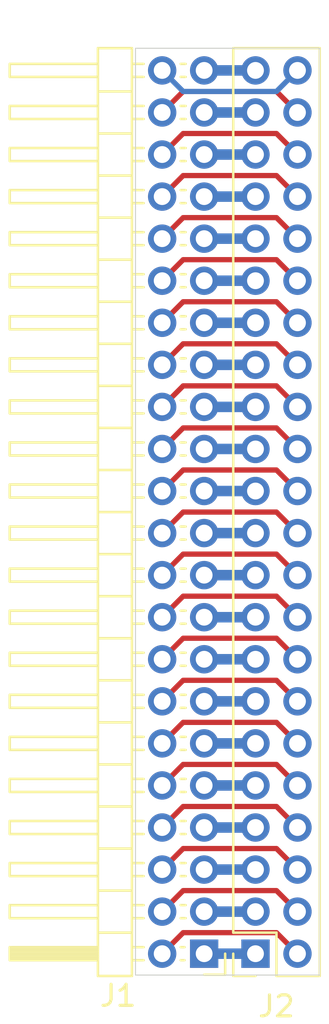
<source format=kicad_pcb>
(kicad_pcb (version 20240108) (generator "pcbnew") (generator_version "8.0")
  (layers (0 "F.Cu" signal) (31 "B.Cu" signal) (34 "B.Paste" user) (35 "F.Paste" user) (36 "B.SilkS" user "B.Silkscreen") (37 "F.SilkS" user "F.Silkscreen") (38 "B.Mask" user) (39 "F.Mask" user) (44 "Edge.Cuts" user))
  (net 0 "")
  (net 1 "/Conn_34")
  (net 2 "/Conn_19")
  (net 3 "/Conn_33")
  (net 4 "/Conn_31")
  (net 5 "/Conn_44")
  (net 6 "/Conn_30")
  (net 7 "/Conn_35")
  (net 8 "/Conn_01")
  (net 9 "/Conn_05")
  (net 10 "/Conn_04")
  (net 11 "/Conn_37")
  (net 12 "/Conn_17")
  (net 13 "/Conn_13")
  (net 14 "/Conn_32")
  (net 15 "/Conn_15")
  (net 16 "/Conn_12")
  (net 17 "/Conn_09")
  (net 18 "/Conn_22")
  (net 19 "/Conn_41")
  (net 20 "/Conn_20")
  (net 21 "/Conn_29")
  (net 22 "/Conn_40")
  (net 23 "/Conn_23")
  (net 24 "/Conn_18")
  (net 25 "/Conn_03")
  (net 26 "/Conn_36")
  (net 27 "/Conn_10")
  (net 28 "/Conn_38")
  (net 29 "/Conn_27")
  (net 30 "/Conn_24")
  (net 31 "/Conn_02")
  (net 32 "/Conn_06")
  (net 33 "/Conn_11")
  (net 34 "/Conn_07")
  (net 35 "/Conn_43")
  (net 36 "/Conn_42")
  (net 37 "/Conn_26")
  (net 38 "/Conn_21")
  (net 39 "/Conn_39")
  (net 40 "/Conn_28")
  (net 41 "/Conn_08")
  (net 42 "/Conn_25")
  (net 43 "/Conn_16")
  (net 44 "/Conn_14")
  (footprint "Connector_PinHeader_2.00mm:PinHeader_2x22_P2.00mm_Horizontal" (layer "F.Cu") (at 96.107 102.997 180)
    (property "Reference" "J1" (at 4.1 -2 360) (layer "F.SilkS"))
    (property "Value" "M")
    (fp_line (start 9.26 42.31) (end 5.06 42.31) (stroke (width 0.12)) (layer "F.SilkS"))
    (fp_line (start 9.26 41.69) (end 9.26 42.31) (stroke (width 0.12)) (layer "F.SilkS"))
    (fp_line (start 9.26 40.31) (end 5.06 40.31) (stroke (width 0.12)) (layer "F.SilkS"))
    (fp_line (start 9.26 39.69) (end 9.26 40.31) (stroke (width 0.12)) (layer "F.SilkS"))
    (fp_line (start 9.26 38.31) (end 5.06 38.31) (stroke (width 0.12)) (layer "F.SilkS"))
    (fp_line (start 9.26 37.69) (end 9.26 38.31) (stroke (width 0.12)) (layer "F.SilkS"))
    (fp_line (start 9.26 36.31) (end 5.06 36.31) (stroke (width 0.12)) (layer "F.SilkS"))
    (fp_line (start 9.26 35.69) (end 9.26 36.31) (stroke (width 0.12)) (layer "F.SilkS"))
    (fp_line (start 9.26 34.31) (end 5.06 34.31) (stroke (width 0.12)) (layer "F.SilkS"))
    (fp_line (start 9.26 33.69) (end 9.26 34.31) (stroke (width 0.12)) (layer "F.SilkS"))
    (fp_line (start 9.26 32.31) (end 5.06 32.31) (stroke (width 0.12)) (layer "F.SilkS"))
    (fp_line (start 9.26 31.69) (end 9.26 32.31) (stroke (width 0.12)) (layer "F.SilkS"))
    (fp_line (start 9.26 30.31) (end 5.06 30.31) (stroke (width 0.12)) (layer "F.SilkS"))
    (fp_line (start 9.26 29.69) (end 9.26 30.31) (stroke (width 0.12)) (layer "F.SilkS"))
    (fp_line (start 9.26 28.31) (end 5.06 28.31) (stroke (width 0.12)) (layer "F.SilkS"))
    (fp_line (start 9.26 27.69) (end 9.26 28.31) (stroke (width 0.12)) (layer "F.SilkS"))
    (fp_line (start 9.26 26.31) (end 5.06 26.31) (stroke (width 0.12)) (layer "F.SilkS"))
    (fp_line (start 9.26 25.69) (end 9.26 26.31) (stroke (width 0.12)) (layer "F.SilkS"))
    (fp_line (start 9.26 24.31) (end 5.06 24.31) (stroke (width 0.12)) (layer "F.SilkS"))
    (fp_line (start 9.26 23.69) (end 9.26 24.31) (stroke (width 0.12)) (layer "F.SilkS"))
    (fp_line (start 9.26 22.31) (end 5.06 22.31) (stroke (width 0.12)) (layer "F.SilkS"))
    (fp_line (start 9.26 21.69) (end 9.26 22.31) (stroke (width 0.12)) (layer "F.SilkS"))
    (fp_line (start 9.26 20.31) (end 5.06 20.31) (stroke (width 0.12)) (layer "F.SilkS"))
    (fp_line (start 9.26 19.69) (end 9.26 20.31) (stroke (width 0.12)) (layer "F.SilkS"))
    (fp_line (start 9.26 18.31) (end 5.06 18.31) (stroke (width 0.12)) (layer "F.SilkS"))
    (fp_line (start 9.26 17.69) (end 9.26 18.31) (stroke (width 0.12)) (layer "F.SilkS"))
    (fp_line (start 9.26 16.31) (end 5.06 16.31) (stroke (width 0.12)) (layer "F.SilkS"))
    (fp_line (start 9.26 15.69) (end 9.26 16.31) (stroke (width 0.12)) (layer "F.SilkS"))
    (fp_line (start 9.26 14.31) (end 5.06 14.31) (stroke (width 0.12)) (layer "F.SilkS"))
    (fp_line (start 9.26 13.69) (end 9.26 14.31) (stroke (width 0.12)) (layer "F.SilkS"))
    (fp_line (start 9.26 12.31) (end 5.06 12.31) (stroke (width 0.12)) (layer "F.SilkS"))
    (fp_line (start 9.26 11.69) (end 9.26 12.31) (stroke (width 0.12)) (layer "F.SilkS"))
    (fp_line (start 9.26 10.31) (end 5.06 10.31) (stroke (width 0.12)) (layer "F.SilkS"))
    (fp_line (start 9.26 9.69) (end 9.26 10.31) (stroke (width 0.12)) (layer "F.SilkS"))
    (fp_line (start 9.26 8.31) (end 5.06 8.31) (stroke (width 0.12)) (layer "F.SilkS"))
    (fp_line (start 9.26 7.69) (end 9.26 8.31) (stroke (width 0.12)) (layer "F.SilkS"))
    (fp_line (start 9.26 6.31) (end 5.06 6.31) (stroke (width 0.12)) (layer "F.SilkS"))
    (fp_line (start 9.26 5.69) (end 9.26 6.31) (stroke (width 0.12)) (layer "F.SilkS"))
    (fp_line (start 9.26 4.31) (end 5.06 4.31) (stroke (width 0.12)) (layer "F.SilkS"))
    (fp_line (start 9.26 3.69) (end 9.26 4.31) (stroke (width 0.12)) (layer "F.SilkS"))
    (fp_line (start 9.26 2.31) (end 5.06 2.31) (stroke (width 0.12)) (layer "F.SilkS"))
    (fp_line (start 9.26 1.69) (end 9.26 2.31) (stroke (width 0.12)) (layer "F.SilkS"))
    (fp_line (start 9.26 0.31) (end 5.06 0.31) (stroke (width 0.12)) (layer "F.SilkS"))
    (fp_line (start 9.26 -0.31) (end 9.26 0.31) (stroke (width 0.12)) (layer "F.SilkS"))
    (fp_line (start 5.06 43.06) (end 5.06 -1.06) (stroke (width 0.12)) (layer "F.SilkS"))
    (fp_line (start 5.06 41.69) (end 9.26 41.69) (stroke (width 0.12)) (layer "F.SilkS"))
    (fp_line (start 5.06 39.69) (end 9.26 39.69) (stroke (width 0.12)) (layer "F.SilkS"))
    (fp_line (start 5.06 37.69) (end 9.26 37.69) (stroke (width 0.12)) (layer "F.SilkS"))
    (fp_line (start 5.06 35.69) (end 9.26 35.69) (stroke (width 0.12)) (layer "F.SilkS"))
    (fp_line (start 5.06 33.69) (end 9.26 33.69) (stroke (width 0.12)) (layer "F.SilkS"))
    (fp_line (start 5.06 31.69) (end 9.26 31.69) (stroke (width 0.12)) (layer "F.SilkS"))
    (fp_line (start 5.06 29.69) (end 9.26 29.69) (stroke (width 0.12)) (layer "F.SilkS"))
    (fp_line (start 5.06 27.69) (end 9.26 27.69) (stroke (width 0.12)) (layer "F.SilkS"))
    (fp_line (start 5.06 25.69) (end 9.26 25.69) (stroke (width 0.12)) (layer "F.SilkS"))
    (fp_line (start 5.06 23.69) (end 9.26 23.69) (stroke (width 0.12)) (layer "F.SilkS"))
    (fp_line (start 5.06 21.69) (end 9.26 21.69) (stroke (width 0.12)) (layer "F.SilkS"))
    (fp_line (start 5.06 19.69) (end 9.26 19.69) (stroke (width 0.12)) (layer "F.SilkS"))
    (fp_line (start 5.06 17.69) (end 9.26 17.69) (stroke (width 0.12)) (layer "F.SilkS"))
    (fp_line (start 5.06 15.69) (end 9.26 15.69) (stroke (width 0.12)) (layer "F.SilkS"))
    (fp_line (start 5.06 13.69) (end 9.26 13.69) (stroke (width 0.12)) (layer "F.SilkS"))
    (fp_line (start 5.06 11.69) (end 9.26 11.69) (stroke (width 0.12)) (layer "F.SilkS"))
    (fp_line (start 5.06 9.69) (end 9.26 9.69) (stroke (width 0.12)) (layer "F.SilkS"))
    (fp_line (start 5.06 7.69) (end 9.26 7.69) (stroke (width 0.12)) (layer "F.SilkS"))
    (fp_line (start 5.06 5.69) (end 9.26 5.69) (stroke (width 0.12)) (layer "F.SilkS"))
    (fp_line (start 5.06 3.69) (end 9.26 3.69) (stroke (width 0.12)) (layer "F.SilkS"))
    (fp_line (start 5.06 1.69) (end 9.26 1.69) (stroke (width 0.12)) (layer "F.SilkS"))
    (fp_line (start 5.06 0.23) (end 9.26 0.23) (stroke (width 0.12)) (layer "F.SilkS"))
    (fp_line (start 5.06 0.11) (end 9.26 0.11) (stroke (width 0.12)) (layer "F.SilkS"))
    (fp_line (start 5.06 -0.01) (end 9.26 -0.01) (stroke (width 0.12)) (layer "F.SilkS"))
    (fp_line (start 5.06 -0.13) (end 9.26 -0.13) (stroke (width 0.12)) (layer "F.SilkS"))
    (fp_line (start 5.06 -0.25) (end 9.26 -0.25) (stroke (width 0.12)) (layer "F.SilkS"))
    (fp_line (start 5.06 -0.31) (end 9.26 -0.31) (stroke (width 0.12)) (layer "F.SilkS"))
    (fp_line (start 5.06 -1.06) (end 3.44 -1.06) (stroke (width 0.12)) (layer "F.SilkS"))
    (fp_line (start 3.44 43.06) (end 5.06 43.06) (stroke (width 0.12)) (layer "F.SilkS"))
    (fp_line (start 3.44 41) (end 5.06 41) (stroke (width 0.12)) (layer "F.SilkS"))
    (fp_line (start 3.44 39) (end 5.06 39) (stroke (width 0.12)) (layer "F.SilkS"))
    (fp_line (start 3.44 37) (end 5.06 37) (stroke (width 0.12)) (layer "F.SilkS"))
    (fp_line (start 3.44 35) (end 5.06 35) (stroke (width 0.12)) (layer "F.SilkS"))
    (fp_line (start 3.44 33) (end 5.06 33) (stroke (width 0.12)) (layer "F.SilkS"))
    (fp_line (start 3.44 31) (end 5.06 31) (stroke (width 0.12)) (layer "F.SilkS"))
    (fp_line (start 3.44 29) (end 5.06 29) (stroke (width 0.12)) (layer "F.SilkS"))
    (fp_line (start 3.44 27) (end 5.06 27) (stroke (width 0.12)) (layer "F.SilkS"))
    (fp_line (start 3.44 25) (end 5.06 25) (stroke (width 0.12)) (layer "F.SilkS"))
    (fp_line (start 3.44 23) (end 5.06 23) (stroke (width 0.12)) (layer "F.SilkS"))
    (fp_line (start 3.44 21) (end 5.06 21) (stroke (width 0.12)) (layer "F.SilkS"))
    (fp_line (start 3.44 19) (end 5.06 19) (stroke (width 0.12)) (layer "F.SilkS"))
    (fp_line (start 3.44 17) (end 5.06 17) (stroke (width 0.12)) (layer "F.SilkS"))
    (fp_line (start 3.44 15) (end 5.06 15) (stroke (width 0.12)) (layer "F.SilkS"))
    (fp_line (start 3.44 13) (end 5.06 13) (stroke (width 0.12)) (layer "F.SilkS"))
    (fp_line (start 3.44 11) (end 5.06 11) (stroke (width 0.12)) (layer "F.SilkS"))
    (fp_line (start 3.44 9) (end 5.06 9) (stroke (width 0.12)) (layer "F.SilkS"))
    (fp_line (start 3.44 7) (end 5.06 7) (stroke (width 0.12)) (layer "F.SilkS"))
    (fp_line (start 3.44 5) (end 5.06 5) (stroke (width 0.12)) (layer "F.SilkS"))
    (fp_line (start 3.44 3) (end 5.06 3) (stroke (width 0.12)) (layer "F.SilkS"))
    (fp_line (start 3.44 1) (end 5.06 1) (stroke (width 0.12)) (layer "F.SilkS"))
    (fp_line (start 3.44 -1.06) (end 3.44 43.06) (stroke (width 0.12)) (layer "F.SilkS"))
    (fp_line (start 2.882114 42.31) (end 3.44 42.31) (stroke (width 0.12)) (layer "F.SilkS"))
    (fp_line (start 2.882114 41.69) (end 3.44 41.69) (stroke (width 0.12)) (layer "F.SilkS"))
    (fp_line (start 2.882114 40.31) (end 3.44 40.31) (stroke (width 0.12)) (layer "F.SilkS"))
    (fp_line (start 2.882114 39.69) (end 3.44 39.69) (stroke (width 0.12)) (layer "F.SilkS"))
    (fp_line (start 2.882114 38.31) (end 3.44 38.31) (stroke (width 0.12)) (layer "F.SilkS"))
    (fp_line (start 2.882114 37.69) (end 3.44 37.69) (stroke (width 0.12)) (layer "F.SilkS"))
    (fp_line (start 2.882114 36.31) (end 3.44 36.31) (stroke (width 0.12)) (layer "F.SilkS"))
    (fp_line (start 2.882114 35.69) (end 3.44 35.69) (stroke (width 0.12)) (layer "F.SilkS"))
    (fp_line (start 2.882114 34.31) (end 3.44 34.31) (stroke (width 0.12)) (layer "F.SilkS"))
    (fp_line (start 2.882114 33.69) (end 3.44 33.69) (stroke (width 0.12)) (layer "F.SilkS"))
    (fp_line (start 2.882114 32.31) (end 3.44 32.31) (stroke (width 0.12)) (layer "F.SilkS"))
    (fp_line (start 2.882114 31.69) (end 3.44 31.69) (stroke (width 0.12)) (layer "F.SilkS"))
    (fp_line (start 2.882114 30.31) (end 3.44 30.31) (stroke (width 0.12)) (layer "F.SilkS"))
    (fp_line (start 2.882114 29.69) (end 3.44 29.69) (stroke (width 0.12)) (layer "F.SilkS"))
    (fp_line (start 2.882114 28.31) (end 3.44 28.31) (stroke (width 0.12)) (layer "F.SilkS"))
    (fp_line (start 2.882114 27.69) (end 3.44 27.69) (stroke (width 0.12)) (layer "F.SilkS"))
    (fp_line (start 2.882114 26.31) (end 3.44 26.31) (stroke (width 0.12)) (layer "F.SilkS"))
    (fp_line (start 2.882114 25.69) (end 3.44 25.69) (stroke (width 0.12)) (layer "F.SilkS"))
    (fp_line (start 2.882114 24.31) (end 3.44 24.31) (stroke (width 0.12)) (layer "F.SilkS"))
    (fp_line (start 2.882114 23.69) (end 3.44 23.69) (stroke (width 0.12)) (layer "F.SilkS"))
    (fp_line (start 2.882114 22.31) (end 3.44 22.31) (stroke (width 0.12)) (layer "F.SilkS"))
    (fp_line (start 2.882114 21.69) (end 3.44 21.69) (stroke (width 0.12)) (layer "F.SilkS"))
    (fp_line (start 2.882114 20.31) (end 3.44 20.31) (stroke (width 0.12)) (layer "F.SilkS"))
    (fp_line (start 2.882114 19.69) (end 3.44 19.69) (stroke (width 0.12)) (layer "F.SilkS"))
    (fp_line (start 2.882114 18.31) (end 3.44 18.31) (stroke (width 0.12)) (layer "F.SilkS"))
    (fp_line (start 2.882114 17.69) (end 3.44 17.69) (stroke (width 0.12)) (layer "F.SilkS"))
    (fp_line (start 2.882114 16.31) (end 3.44 16.31) (stroke (width 0.12)) (layer "F.SilkS"))
    (fp_line (start 2.882114 15.69) (end 3.44 15.69) (stroke (width 0.12)) (layer "F.SilkS"))
    (fp_line (start 2.882114 14.31) (end 3.44 14.31) (stroke (width 0.12)) (layer "F.SilkS"))
    (fp_line (start 2.882114 13.69) (end 3.44 13.69) (stroke (width 0.12)) (layer "F.SilkS"))
    (fp_line (start 2.882114 12.31) (end 3.44 12.31) (stroke (width 0.12)) (layer "F.SilkS"))
    (fp_line (start 2.882114 11.69) (end 3.44 11.69) (stroke (width 0.12)) (layer "F.SilkS"))
    (fp_line (start 2.882114 10.31) (end 3.44 10.31) (stroke (width 0.12)) (layer "F.SilkS"))
    (fp_line (start 2.882114 9.69) (end 3.44 9.69) (stroke (width 0.12)) (layer "F.SilkS"))
    (fp_line (start 2.882114 8.31) (end 3.44 8.31) (stroke (width 0.12)) (layer "F.SilkS"))
    (fp_line (start 2.882114 7.69) (end 3.44 7.69) (stroke (width 0.12)) (layer "F.SilkS"))
    (fp_line (start 2.882114 6.31) (end 3.44 6.31) (stroke (width 0.12)) (layer "F.SilkS"))
    (fp_line (start 2.882114 5.69) (end 3.44 5.69) (stroke (width 0.12)) (layer "F.SilkS"))
    (fp_line (start 2.882114 4.31) (end 3.44 4.31) (stroke (width 0.12)) (layer "F.SilkS"))
    (fp_line (start 2.882114 3.69) (end 3.44 3.69) (stroke (width 0.12)) (layer "F.SilkS"))
    (fp_line (start 2.882114 2.31) (end 3.44 2.31) (stroke (width 0.12)) (layer "F.SilkS"))
    (fp_line (start 2.882114 1.69) (end 3.44 1.69) (stroke (width 0.12)) (layer "F.SilkS"))
    (fp_line (start 2.882114 0.31) (end 3.44 0.31) (stroke (width 0.12)) (layer "F.SilkS"))
    (fp_line (start 2.882114 -0.31) (end 3.44 -0.31) (stroke (width 0.12)) (layer "F.SilkS"))
    (fp_line (start 0.935 0.31) (end 1.117886 0.31) (stroke (width 0.12)) (layer "F.SilkS"))
    (fp_line (start 0.935 -0.31) (end 1.117886 -0.31) (stroke (width 0.12)) (layer "F.SilkS"))
    (fp_line (start 0.882114 42.31) (end 1.117886 42.31) (stroke (width 0.12)) (layer "F.SilkS"))
    (fp_line (start 0.882114 41.69) (end 1.117886 41.69) (stroke (width 0.12)) (layer "F.SilkS"))
    (fp_line (start 0.882114 40.31) (end 1.117886 40.31) (stroke (width 0.12)) (layer "F.SilkS"))
    (fp_line (start 0.882114 39.69) (end 1.117886 39.69) (stroke (width 0.12)) (layer "F.SilkS"))
    (fp_line (start 0.882114 38.31) (end 1.117886 38.31) (stroke (width 0.12)) (layer "F.SilkS"))
    (fp_line (start 0.882114 37.69) (end 1.117886 37.69) (stroke (width 0.12)) (layer "F.SilkS"))
    (fp_line (start 0.882114 36.31) (end 1.117886 36.31) (stroke (width 0.12)) (layer "F.SilkS"))
    (fp_line (start 0.882114 35.69) (end 1.117886 35.69) (stroke (width 0.12)) (layer "F.SilkS"))
    (fp_line (start 0.882114 34.31) (end 1.117886 34.31) (stroke (width 0.12)) (layer "F.SilkS"))
    (fp_line (start 0.882114 33.69) (end 1.117886 33.69) (stroke (width 0.12)) (layer "F.SilkS"))
    (fp_line (start 0.882114 32.31) (end 1.117886 32.31) (stroke (width 0.12)) (layer "F.SilkS"))
    (fp_line (start 0.882114 31.69) (end 1.117886 31.69) (stroke (width 0.12)) (layer "F.SilkS"))
    (fp_line (start 0.882114 30.31) (end 1.117886 30.31) (stroke (width 0.12)) (layer "F.SilkS"))
    (fp_line (start 0.882114 29.69) (end 1.117886 29.69) (stroke (width 0.12)) (layer "F.SilkS"))
    (fp_line (start 0.882114 28.31) (end 1.117886 28.31) (stroke (width 0.12)) (layer "F.SilkS"))
    (fp_line (start 0.882114 27.69) (end 1.117886 27.69) (stroke (width 0.12)) (layer "F.SilkS"))
    (fp_line (start 0.882114 26.31) (end 1.117886 26.31) (stroke (width 0.12)) (layer "F.SilkS"))
    (fp_line (start 0.882114 25.69) (end 1.117886 25.69) (stroke (width 0.12)) (layer "F.SilkS"))
    (fp_line (start 0.882114 24.31) (end 1.117886 24.31) (stroke (width 0.12)) (layer "F.SilkS"))
    (fp_line (start 0.882114 23.69) (end 1.117886 23.69) (stroke (width 0.12)) (layer "F.SilkS"))
    (fp_line (start 0.882114 22.31) (end 1.117886 22.31) (stroke (width 0.12)) (layer "F.SilkS"))
    (fp_line (start 0.882114 21.69) (end 1.117886 21.69) (stroke (width 0.12)) (layer "F.SilkS"))
    (fp_line (start 0.882114 20.31) (end 1.117886 20.31) (stroke (width 0.12)) (layer "F.SilkS"))
    (fp_line (start 0.882114 19.69) (end 1.117886 19.69) (stroke (width 0.12)) (layer "F.SilkS"))
    (fp_line (start 0.882114 18.31) (end 1.117886 18.31) (stroke (width 0.12)) (layer "F.SilkS"))
    (fp_line (start 0.882114 17.69) (end 1.117886 17.69) (stroke (width 0.12)) (layer "F.SilkS"))
    (fp_line (start 0.882114 16.31) (end 1.117886 16.31) (stroke (width 0.12)) (layer "F.SilkS"))
    (fp_line (start 0.882114 15.69) (end 1.117886 15.69) (stroke (width 0.12)) (layer "F.SilkS"))
    (fp_line (start 0.882114 14.31) (end 1.117886 14.31) (stroke (width 0.12)) (layer "F.SilkS"))
    (fp_line (start 0.882114 13.69) (end 1.117886 13.69) (stroke (width 0.12)) (layer "F.SilkS"))
    (fp_line (start 0.882114 12.31) (end 1.117886 12.31) (stroke (width 0.12)) (layer "F.SilkS"))
    (fp_line (start 0.882114 11.69) (end 1.117886 11.69) (stroke (width 0.12)) (layer "F.SilkS"))
    (fp_line (start 0.882114 10.31) (end 1.117886 10.31) (stroke (width 0.12)) (layer "F.SilkS"))
    (fp_line (start 0.882114 9.69) (end 1.117886 9.69) (stroke (width 0.12)) (layer "F.SilkS"))
    (fp_line (start 0.882114 8.31) (end 1.117886 8.31) (stroke (width 0.12)) (layer "F.SilkS"))
    (fp_line (start 0.882114 7.69) (end 1.117886 7.69) (stroke (width 0.12)) (layer "F.SilkS"))
    (fp_line (start 0.882114 6.31) (end 1.117886 6.31) (stroke (width 0.12)) (layer "F.SilkS"))
    (fp_line (start 0.882114 5.69) (end 1.117886 5.69) (stroke (width 0.12)) (layer "F.SilkS"))
    (fp_line (start 0.882114 4.31) (end 1.117886 4.31) (stroke (width 0.12)) (layer "F.SilkS"))
    (fp_line (start 0.882114 3.69) (end 1.117886 3.69) (stroke (width 0.12)) (layer "F.SilkS"))
    (fp_line (start 0.882114 2.31) (end 1.117886 2.31) (stroke (width 0.12)) (layer "F.SilkS"))
    (fp_line (start 0.882114 1.69) (end 1.117886 1.69) (stroke (width 0.12)) (layer "F.SilkS"))
    (fp_line (start -1 0) (end -1 -1) (stroke (width 0.12)) (layer "F.SilkS"))
    (fp_line (start -1 -1) (end 0 -1) (stroke (width 0.12)) (layer "F.SilkS"))
    (pad "1" thru_hole rect (at 0 0 180) (size 1.35 1.35) (drill 0.8) (layers "*.Cu" "*.Mask") (net 8 "/Conn_01"))
    (pad "2" thru_hole oval (at 2 0 180) (size 1.35 1.35) (drill 0.8) (layers "*.Cu" "*.Mask") (net 23 "/Conn_23"))
    (pad "3" thru_hole oval (at 0 2 180) (size 1.35 1.35) (drill 0.8) (layers "*.Cu" "*.Mask") (net 31 "/Conn_02"))
    (pad "4" thru_hole oval (at 2 2 180) (size 1.35 1.35) (drill 0.8) (layers "*.Cu" "*.Mask") (net 30 "/Conn_24"))
    (pad "5" thru_hole oval (at 0 4 180) (size 1.35 1.35) (drill 0.8) (layers "*.Cu" "*.Mask") (net 25 "/Conn_03"))
    (pad "6" thru_hole oval (at 2 4 180) (size 1.35 1.35) (drill 0.8) (layers "*.Cu" "*.Mask") (net 42 "/Conn_25"))
    (pad "7" thru_hole oval (at 0 6 180) (size 1.35 1.35) (drill 0.8) (layers "*.Cu" "*.Mask") (net 10 "/Conn_04"))
    (pad "8" thru_hole oval (at 2 6 180) (size 1.35 1.35) (drill 0.8) (layers "*.Cu" "*.Mask") (net 37 "/Conn_26"))
    (pad "9" thru_hole oval (at 0 8 180) (size 1.35 1.35) (drill 0.8) (layers "*.Cu" "*.Mask") (net 9 "/Conn_05"))
    (pad "10" thru_hole oval (at 2 8 180) (size 1.35 1.35) (drill 0.8) (layers "*.Cu" "*.Mask") (net 29 "/Conn_27"))
    (pad "11" thru_hole oval (at 0 10 180) (size 1.35 1.35) (drill 0.8) (layers "*.Cu" "*.Mask") (net 32 "/Conn_06"))
    (pad "12" thru_hole oval (at 2 10 180) (size 1.35 1.35) (drill 0.8) (layers "*.Cu" "*.Mask") (net 40 "/Conn_28"))
    (pad "13" thru_hole oval (at 0 12 180) (size 1.35 1.35) (drill 0.8) (layers "*.Cu" "*.Mask") (net 34 "/Conn_07"))
    (pad "14" thru_hole oval (at 2 12 180) (size 1.35 1.35) (drill 0.8) (layers "*.Cu" "*.Mask") (net 21 "/Conn_29"))
    (pad "15" thru_hole oval (at 0 14 180) (size 1.35 1.35) (drill 0.8) (layers "*.Cu" "*.Mask") (net 41 "/Conn_08"))
    (pad "16" thru_hole oval (at 2 14 180) (size 1.35 1.35) (drill 0.8) (layers "*.Cu" "*.Mask") (net 6 "/Conn_30"))
    (pad "17" thru_hole oval (at 0 16 180) (size 1.35 1.35) (drill 0.8) (layers "*.Cu" "*.Mask") (net 17 "/Conn_09"))
    (pad "18" thru_hole oval (at 2 16 180) (size 1.35 1.35) (drill 0.8) (layers "*.Cu" "*.Mask") (net 4 "/Conn_31"))
    (pad "19" thru_hole oval (at 0 18 180) (size 1.35 1.35) (drill 0.8) (layers "*.Cu" "*.Mask") (net 27 "/Conn_10"))
    (pad "20" thru_hole oval (at 2 18 180) (size 1.35 1.35) (drill 0.8) (layers "*.Cu" "*.Mask") (net 14 "/Conn_32"))
    (pad "21" thru_hole oval (at 0 20 180) (size 1.35 1.35) (drill 0.8) (layers "*.Cu" "*.Mask") (net 33 "/Conn_11"))
    (pad "22" thru_hole oval (at 2 20 180) (size 1.35 1.35) (drill 0.8) (layers "*.Cu" "*.Mask") (net 3 "/Conn_33"))
    (pad "23" thru_hole oval (at 0 22 180) (size 1.35 1.35) (drill 0.8) (layers "*.Cu" "*.Mask") (net 16 "/Conn_12"))
    (pad "24" thru_hole oval (at 2 22 180) (size 1.35 1.35) (drill 0.8) (layers "*.Cu" "*.Mask") (net 1 "/Conn_34"))
    (pad "25" thru_hole oval (at 0 24 180) (size 1.35 1.35) (drill 0.8) (layers "*.Cu" "*.Mask") (net 13 "/Conn_13"))
    (pad "26" thru_hole oval (at 2 24 180) (size 1.35 1.35) (drill 0.8) (layers "*.Cu" "*.Mask") (net 7 "/Conn_35"))
    (pad "27" thru_hole oval (at 0 26 180) (size 1.35 1.35) (drill 0.8) (layers "*.Cu" "*.Mask") (net 44 "/Conn_14"))
    (pad "28" thru_hole oval (at 2 26 180) (size 1.35 1.35) (drill 0.8) (layers "*.Cu" "*.Mask") (net 26 "/Conn_36"))
    (pad "29" thru_hole oval (at 0 28 180) (size 1.35 1.35) (drill 0.8) (layers "*.Cu" "*.Mask") (net 15 "/Conn_15"))
    (pad "30" thru_hole oval (at 2 28 180) (size 1.35 1.35) (drill 0.8) (layers "*.Cu" "*.Mask") (net 11 "/Conn_37"))
    (pad "31" thru_hole oval (at 0 30 180) (size 1.35 1.35) (drill 0.8) (layers "*.Cu" "*.Mask") (net 43 "/Conn_16"))
    (pad "32" thru_hole oval (at 2 30 180) (size 1.35 1.35) (drill 0.8) (layers "*.Cu" "*.Mask") (net 28 "/Conn_38"))
    (pad "33" thru_hole oval (at 0 32 180) (size 1.35 1.35) (drill 0.8) (layers "*.Cu" "*.Mask") (net 12 "/Conn_17"))
    (pad "34" thru_hole oval (at 2 32 180) (size 1.35 1.35) (drill 0.8) (layers "*.Cu" "*.Mask") (net 39 "/Conn_39"))
    (pad "35" thru_hole oval (at 0 34 180) (size 1.35 1.35) (drill 0.8) (layers "*.Cu" "*.Mask") (net 24 "/Conn_18"))
    (pad "36" thru_hole oval (at 2 34 180) (size 1.35 1.35) (drill 0.8) (layers "*.Cu" "*.Mask") (net 22 "/Conn_40"))
    (pad "37" thru_hole oval (at 0 36 180) (size 1.35 1.35) (drill 0.8) (layers "*.Cu" "*.Mask") (net 2 "/Conn_19"))
    (pad "38" thru_hole oval (at 2 36 180) (size 1.35 1.35) (drill 0.8) (layers "*.Cu" "*.Mask") (net 19 "/Conn_41"))
    (pad "39" thru_hole oval (at 0 38 180) (size 1.35 1.35) (drill 0.8) (layers "*.Cu" "*.Mask") (net 20 "/Conn_20"))
    (pad "40" thru_hole oval (at 2 38 180) (size 1.35 1.35) (drill 0.8) (layers "*.Cu" "*.Mask") (net 36 "/Conn_42"))
    (pad "41" thru_hole oval (at 0 40 180) (size 1.35 1.35) (drill 0.8) (layers "*.Cu" "*.Mask") (net 38 "/Conn_21"))
    (pad "42" thru_hole oval (at 2 40 180) (size 1.35 1.35) (drill 0.8) (layers "*.Cu" "*.Mask") (net 35 "/Conn_43"))
    (pad "43" thru_hole oval (at 0 42 180) (size 1.35 1.35) (drill 0.8) (layers "*.Cu" "*.Mask") (net 18 "/Conn_22"))
    (pad "44" thru_hole oval (at 2 42 180) (size 1.35 1.35) (drill 0.8) (layers "*.Cu" "*.Mask") (net 5 "/Conn_44"))
  )
  (footprint "Connector_PinSocket_2.00mm:PinSocket_2x22_P2.00mm_Vertical" (layer "F.Cu") (at 98.552 102.997 180)
    (property "Reference" "J2" (at -1 -2.5 360) (layer "F.SilkS"))
    (property "Value" "F")
    (fp_line (start 1.06 1) (end 1.06 43.06) (stroke (width 0.12)) (layer "F.SilkS"))
    (fp_line (start 1.06 -1.06) (end 1.06 0) (stroke (width 0.12)) (layer "F.SilkS"))
    (fp_line (start 0 -1.06) (end 1.06 -1.06) (stroke (width 0.12)) (layer "F.SilkS"))
    (fp_line (start -1 1) (end 1.06 1) (stroke (width 0.12)) (layer "F.SilkS"))
    (fp_line (start -1 -1.06) (end -1 1) (stroke (width 0.12)) (layer "F.SilkS"))
    (fp_line (start -3.06 43.06) (end 1.06 43.06) (stroke (width 0.12)) (layer "F.SilkS"))
    (fp_line (start -3.06 -1.06) (end -1 -1.06) (stroke (width 0.12)) (layer "F.SilkS"))
    (fp_line (start -3.06 -1.06) (end -3.06 43.06) (stroke (width 0.12)) (layer "F.SilkS"))
    (pad "1" thru_hole rect (at 0 0 180) (size 1.35 1.35) (drill 0.8) (layers "*.Cu" "*.Mask") (net 8 "/Conn_01"))
    (pad "2" thru_hole oval (at -2 0 180) (size 1.35 1.35) (drill 0.8) (layers "*.Cu" "*.Mask") (net 23 "/Conn_23"))
    (pad "3" thru_hole oval (at 0 2 180) (size 1.35 1.35) (drill 0.8) (layers "*.Cu" "*.Mask") (net 31 "/Conn_02"))
    (pad "4" thru_hole oval (at -2 2 180) (size 1.35 1.35) (drill 0.8) (layers "*.Cu" "*.Mask") (net 30 "/Conn_24"))
    (pad "5" thru_hole oval (at 0 4 180) (size 1.35 1.35) (drill 0.8) (layers "*.Cu" "*.Mask") (net 25 "/Conn_03"))
    (pad "6" thru_hole oval (at -2 4 180) (size 1.35 1.35) (drill 0.8) (layers "*.Cu" "*.Mask") (net 42 "/Conn_25"))
    (pad "7" thru_hole oval (at 0 6 180) (size 1.35 1.35) (drill 0.8) (layers "*.Cu" "*.Mask") (net 10 "/Conn_04"))
    (pad "8" thru_hole oval (at -2 6 180) (size 1.35 1.35) (drill 0.8) (layers "*.Cu" "*.Mask") (net 37 "/Conn_26"))
    (pad "9" thru_hole oval (at 0 8 180) (size 1.35 1.35) (drill 0.8) (layers "*.Cu" "*.Mask") (net 9 "/Conn_05"))
    (pad "10" thru_hole oval (at -2 8 180) (size 1.35 1.35) (drill 0.8) (layers "*.Cu" "*.Mask") (net 29 "/Conn_27"))
    (pad "11" thru_hole oval (at 0 10 180) (size 1.35 1.35) (drill 0.8) (layers "*.Cu" "*.Mask") (net 32 "/Conn_06"))
    (pad "12" thru_hole oval (at -2 10 180) (size 1.35 1.35) (drill 0.8) (layers "*.Cu" "*.Mask") (net 40 "/Conn_28"))
    (pad "13" thru_hole oval (at 0 12 180) (size 1.35 1.35) (drill 0.8) (layers "*.Cu" "*.Mask") (net 34 "/Conn_07"))
    (pad "14" thru_hole oval (at -2 12 180) (size 1.35 1.35) (drill 0.8) (layers "*.Cu" "*.Mask") (net 21 "/Conn_29"))
    (pad "15" thru_hole oval (at 0 14 180) (size 1.35 1.35) (drill 0.8) (layers "*.Cu" "*.Mask") (net 41 "/Conn_08"))
    (pad "16" thru_hole oval (at -2 14 180) (size 1.35 1.35) (drill 0.8) (layers "*.Cu" "*.Mask") (net 6 "/Conn_30"))
    (pad "17" thru_hole oval (at 0 16 180) (size 1.35 1.35) (drill 0.8) (layers "*.Cu" "*.Mask") (net 17 "/Conn_09"))
    (pad "18" thru_hole oval (at -2 16 180) (size 1.35 1.35) (drill 0.8) (layers "*.Cu" "*.Mask") (net 4 "/Conn_31"))
    (pad "19" thru_hole oval (at 0 18 180) (size 1.35 1.35) (drill 0.8) (layers "*.Cu" "*.Mask") (net 27 "/Conn_10"))
    (pad "20" thru_hole oval (at -2 18 180) (size 1.35 1.35) (drill 0.8) (layers "*.Cu" "*.Mask") (net 14 "/Conn_32"))
    (pad "21" thru_hole oval (at 0 20 180) (size 1.35 1.35) (drill 0.8) (layers "*.Cu" "*.Mask") (net 33 "/Conn_11"))
    (pad "22" thru_hole oval (at -2 20 180) (size 1.35 1.35) (drill 0.8) (layers "*.Cu" "*.Mask") (net 3 "/Conn_33"))
    (pad "23" thru_hole oval (at 0 22 180) (size 1.35 1.35) (drill 0.8) (layers "*.Cu" "*.Mask") (net 16 "/Conn_12"))
    (pad "24" thru_hole oval (at -2 22 180) (size 1.35 1.35) (drill 0.8) (layers "*.Cu" "*.Mask") (net 1 "/Conn_34"))
    (pad "25" thru_hole oval (at 0 24 180) (size 1.35 1.35) (drill 0.8) (layers "*.Cu" "*.Mask") (net 13 "/Conn_13"))
    (pad "26" thru_hole oval (at -2 24 180) (size 1.35 1.35) (drill 0.8) (layers "*.Cu" "*.Mask") (net 7 "/Conn_35"))
    (pad "27" thru_hole oval (at 0 26 180) (size 1.35 1.35) (drill 0.8) (layers "*.Cu" "*.Mask") (net 44 "/Conn_14"))
    (pad "28" thru_hole oval (at -2 26 180) (size 1.35 1.35) (drill 0.8) (layers "*.Cu" "*.Mask") (net 26 "/Conn_36"))
    (pad "29" thru_hole oval (at 0 28 180) (size 1.35 1.35) (drill 0.8) (layers "*.Cu" "*.Mask") (net 15 "/Conn_15"))
    (pad "30" thru_hole oval (at -2 28 180) (size 1.35 1.35) (drill 0.8) (layers "*.Cu" "*.Mask") (net 11 "/Conn_37"))
    (pad "31" thru_hole oval (at 0 30 180) (size 1.35 1.35) (drill 0.8) (layers "*.Cu" "*.Mask") (net 43 "/Conn_16"))
    (pad "32" thru_hole oval (at -2 30 180) (size 1.35 1.35) (drill 0.8) (layers "*.Cu" "*.Mask") (net 28 "/Conn_38"))
    (pad "33" thru_hole oval (at 0 32 180) (size 1.35 1.35) (drill 0.8) (layers "*.Cu" "*.Mask") (net 12 "/Conn_17"))
    (pad "34" thru_hole oval (at -2 32 180) (size 1.35 1.35) (drill 0.8) (layers "*.Cu" "*.Mask") (net 39 "/Conn_39"))
    (pad "35" thru_hole oval (at 0 34 180) (size 1.35 1.35) (drill 0.8) (layers "*.Cu" "*.Mask") (net 24 "/Conn_18"))
    (pad "36" thru_hole oval (at -2 34 180) (size 1.35 1.35) (drill 0.8) (layers "*.Cu" "*.Mask") (net 22 "/Conn_40"))
    (pad "37" thru_hole oval (at 0 36 180) (size 1.35 1.35) (drill 0.8) (layers "*.Cu" "*.Mask") (net 2 "/Conn_19"))
    (pad "38" thru_hole oval (at -2 36 180) (size 1.35 1.35) (drill 0.8) (layers "*.Cu" "*.Mask") (net 19 "/Conn_41"))
    (pad "39" thru_hole oval (at 0 38 180) (size 1.35 1.35) (drill 0.8) (layers "*.Cu" "*.Mask") (net 20 "/Conn_20"))
    (pad "40" thru_hole oval (at -2 38 180) (size 1.35 1.35) (drill 0.8) (layers "*.Cu" "*.Mask") (net 36 "/Conn_42"))
    (pad "41" thru_hole oval (at 0 40 180) (size 1.35 1.35) (drill 0.8) (layers "*.Cu" "*.Mask") (net 38 "/Conn_21"))
    (pad "42" thru_hole oval (at -2 40 180) (size 1.35 1.35) (drill 0.8) (layers "*.Cu" "*.Mask") (net 35 "/Conn_43"))
    (pad "43" thru_hole oval (at 0 42 180) (size 1.35 1.35) (drill 0.8) (layers "*.Cu" "*.Mask") (net 18 "/Conn_22"))
    (pad "44" thru_hole oval (at -2 42 180) (size 1.35 1.35) (drill 0.8) (layers "*.Cu" "*.Mask") (net 5 "/Conn_44"))
  )
  (gr_rect (start 92.837 59.944) (end 101.6 104.013) (stroke (width 0.05)) (fill none) (layer "Edge.Cuts"))
  (segment (start 99.552 79.997) (end 100.552 80.997) (width 0.25) (layer "F.Cu") (net 1))
  (segment (start 94.107 80.997) (end 95.107 79.997) (width 0.25) (layer "F.Cu") (net 1))
  (segment (start 95.107 79.997) (end 99.552 79.997) (width 0.25) (layer "F.Cu") (net 1))
  (segment (start 96.107 66.997) (end 98.552 66.997) (width 0.5) (layer "B.Cu") (net 2))
  (segment (start 95.107 81.997) (end 99.552 81.997) (width 0.25) (layer "F.Cu") (net 3))
  (segment (start 94.107 82.997) (end 95.107 81.997) (width 0.25) (layer "F.Cu") (net 3))
  (segment (start 99.552 81.997) (end 100.552 82.997) (width 0.25) (layer "F.Cu") (net 3))
  (segment (start 99.552 85.997) (end 100.552 86.997) (width 0.25) (layer "F.Cu") (net 4))
  (segment (start 95.107 85.997) (end 99.552 85.997) (width 0.25) (layer "F.Cu") (net 4))
  (segment (start 94.107 86.997) (end 95.107 85.997) (width 0.25) (layer "F.Cu") (net 4))
  (segment (start 99.552 61.997) (end 100.552 60.997) (width 0.25) (layer "B.Cu") (net 5))
  (segment (start 94.107 60.997) (end 95.107 61.997) (width 0.25) (layer "B.Cu") (net 5))
  (segment (start 95.107 61.997) (end 99.552 61.997) (width 0.25) (layer "B.Cu") (net 5))
  (segment (start 99.552 87.997) (end 100.552 88.997) (width 0.25) (layer "F.Cu") (net 6))
  (segment (start 95.107 87.997) (end 99.552 87.997) (width 0.25) (layer "F.Cu") (net 6))
  (segment (start 94.107 88.997) (end 95.107 87.997) (width 0.25) (layer "F.Cu") (net 6))
  (segment (start 95.107 77.997) (end 99.552 77.997) (width 0.25) (layer "F.Cu") (net 7))
  (segment (start 99.552 77.997) (end 100.552 78.997) (width 0.25) (layer "F.Cu") (net 7))
  (segment (start 94.107 78.997) (end 95.107 77.997) (width 0.25) (layer "F.Cu") (net 7))
  (segment (start 96.107 102.997) (end 98.552 102.997) (width 0.5) (layer "B.Cu") (net 8))
  (segment (start 96.107 94.997) (end 98.552 94.997) (width 0.5) (layer "B.Cu") (net 9))
  (segment (start 96.107 96.997) (end 98.552 96.997) (width 0.5) (layer "B.Cu") (net 10))
  (segment (start 99.552 73.997) (end 100.552 74.997) (width 0.25) (layer "F.Cu") (net 11))
  (segment (start 94.107 74.997) (end 95.107 73.997) (width 0.25) (layer "F.Cu") (net 11))
  (segment (start 95.107 73.997) (end 99.552 73.997) (width 0.25) (layer "F.Cu") (net 11))
  (segment (start 96.107 70.997) (end 98.552 70.997) (width 0.5) (layer "B.Cu") (net 12))
  (segment (start 96.107 78.997) (end 98.552 78.997) (width 0.5) (layer "B.Cu") (net 13))
  (segment (start 99.552 83.997) (end 100.552 84.997) (width 0.25) (layer "F.Cu") (net 14))
  (segment (start 94.107 84.997) (end 95.107 83.997) (width 0.25) (layer "F.Cu") (net 14))
  (segment (start 95.107 83.997) (end 99.552 83.997) (width 0.25) (layer "F.Cu") (net 14))
  (segment (start 96.107 74.997) (end 98.552 74.997) (width 0.5) (layer "B.Cu") (net 15))
  (segment (start 96.107 80.997) (end 98.552 80.997) (width 0.5) (layer "B.Cu") (net 16))
  (segment (start 96.107 86.997) (end 98.552 86.997) (width 0.5) (layer "B.Cu") (net 17))
  (segment (start 96.107 60.997) (end 98.552 60.997) (width 0.5) (layer "B.Cu") (net 18))
  (segment (start 95.107 65.997) (end 99.552 65.997) (width 0.25) (layer "F.Cu") (net 19))
  (segment (start 94.107 66.997) (end 95.107 65.997) (width 0.25) (layer "F.Cu") (net 19))
  (segment (start 99.552 65.997) (end 100.552 66.997) (width 0.25) (layer "F.Cu") (net 19))
  (segment (start 96.107 64.997) (end 98.552 64.997) (width 0.5) (layer "B.Cu") (net 20))
  (segment (start 95.107 89.997) (end 99.552 89.997) (width 0.25) (layer "F.Cu") (net 21))
  (segment (start 94.107 90.997) (end 95.107 89.997) (width 0.25) (layer "F.Cu") (net 21))
  (segment (start 99.552 89.997) (end 100.552 90.997) (width 0.25) (layer "F.Cu") (net 21))
  (segment (start 94.107 68.997) (end 95.107 67.997) (width 0.25) (layer "F.Cu") (net 22))
  (segment (start 99.552 67.997) (end 100.552 68.997) (width 0.25) (layer "F.Cu") (net 22))
  (segment (start 95.107 67.997) (end 99.552 67.997) (width 0.25) (layer "F.Cu") (net 22))
  (segment (start 94.107 102.997) (end 95.107 101.997) (width 0.25) (layer "F.Cu") (net 23))
  (segment (start 99.552 101.997) (end 100.552 102.997) (width 0.25) (layer "F.Cu") (net 23))
  (segment (start 95.107 101.997) (end 99.552 101.997) (width 0.25) (layer "F.Cu") (net 23))
  (segment (start 96.107 68.997) (end 98.552 68.997) (width 0.5) (layer "B.Cu") (net 24))
  (segment (start 96.107 98.997) (end 98.552 98.997) (width 0.5) (layer "B.Cu") (net 25))
  (segment (start 94.107 76.997) (end 95.107 75.997) (width 0.25) (layer "F.Cu") (net 26))
  (segment (start 99.552 75.997) (end 100.552 76.997) (width 0.25) (layer "F.Cu") (net 26))
  (segment (start 95.107 75.997) (end 99.552 75.997) (width 0.25) (layer "F.Cu") (net 26))
  (segment (start 96.107 84.997) (end 98.552 84.997) (width 0.5) (layer "B.Cu") (net 27))
  (segment (start 94.107 72.997) (end 95.107 71.997) (width 0.25) (layer "F.Cu") (net 28))
  (segment (start 99.552 71.997) (end 100.552 72.997) (width 0.25) (layer "F.Cu") (net 28))
  (segment (start 95.107 71.997) (end 99.552 71.997) (width 0.25) (layer "F.Cu") (net 28))
  (segment (start 94.107 94.997) (end 95.107 93.997) (width 0.25) (layer "F.Cu") (net 29))
  (segment (start 99.552 93.997) (end 100.552 94.997) (width 0.25) (layer "F.Cu") (net 29))
  (segment (start 95.107 93.997) (end 99.552 93.997) (width 0.25) (layer "F.Cu") (net 29))
  (segment (start 94.107 100.997) (end 95.107 99.997) (width 0.25) (layer "F.Cu") (net 30))
  (segment (start 99.552 99.997) (end 100.552 100.997) (width 0.25) (layer "F.Cu") (net 30))
  (segment (start 95.107 99.997) (end 99.552 99.997) (width 0.25) (layer "F.Cu") (net 30))
  (segment (start 96.107 100.997) (end 98.552 100.997) (width 0.5) (layer "B.Cu") (net 31))
  (segment (start 96.107 92.997) (end 98.552 92.997) (width 0.5) (layer "B.Cu") (net 32))
  (segment (start 96.107 82.997) (end 98.552 82.997) (width 0.5) (layer "B.Cu") (net 33))
  (segment (start 96.107 90.997) (end 98.552 90.997) (width 0.5) (layer "B.Cu") (net 34))
  (segment (start 95.107 61.997) (end 99.552 61.997) (width 0.25) (layer "F.Cu") (net 35))
  (segment (start 99.552 61.997) (end 100.552 62.997) (width 0.25) (layer "F.Cu") (net 35))
  (segment (start 94.107 62.997) (end 95.107 61.997) (width 0.25) (layer "F.Cu") (net 35))
  (segment (start 99.552 63.997) (end 100.552 64.997) (width 0.25) (layer "F.Cu") (net 36))
  (segment (start 94.107 64.997) (end 95.107 63.997) (width 0.25) (layer "F.Cu") (net 36))
  (segment (start 95.107 63.997) (end 99.552 63.997) (width 0.25) (layer "F.Cu") (net 36))
  (segment (start 95.107 95.997) (end 99.552 95.997) (width 0.25) (layer "F.Cu") (net 37))
  (segment (start 94.107 96.997) (end 95.107 95.997) (width 0.25) (layer "F.Cu") (net 37))
  (segment (start 99.552 95.997) (end 100.552 96.997) (width 0.25) (layer "F.Cu") (net 37))
  (segment (start 96.107 62.997) (end 98.552 62.997) (width 0.5) (layer "B.Cu") (net 38))
  (segment (start 94.107 70.997) (end 95.107 69.997) (width 0.25) (layer "F.Cu") (net 39))
  (segment (start 95.107 69.997) (end 99.552 69.997) (width 0.25) (layer "F.Cu") (net 39))
  (segment (start 99.552 69.997) (end 100.552 70.997) (width 0.25) (layer "F.Cu") (net 39))
  (segment (start 99.552 91.997) (end 100.552 92.997) (width 0.25) (layer "F.Cu") (net 40))
  (segment (start 95.107 91.997) (end 99.552 91.997) (width 0.25) (layer "F.Cu") (net 40))
  (segment (start 94.107 92.997) (end 95.107 91.997) (width 0.25) (layer "F.Cu") (net 40))
  (segment (start 96.107 88.997) (end 98.552 88.997) (width 0.5) (layer "B.Cu") (net 41))
  (segment (start 94.107 98.997) (end 95.107 97.997) (width 0.25) (layer "F.Cu") (net 42))
  (segment (start 95.107 97.997) (end 99.552 97.997) (width 0.25) (layer "F.Cu") (net 42))
  (segment (start 99.552 97.997) (end 100.552 98.997) (width 0.25) (layer "F.Cu") (net 42))
  (segment (start 96.107 72.997) (end 98.552 72.997) (width 0.5) (layer "B.Cu") (net 43))
  (segment (start 96.107 76.997) (end 98.552 76.997) (width 0.5) (layer "B.Cu") (net 44))
)
</source>
